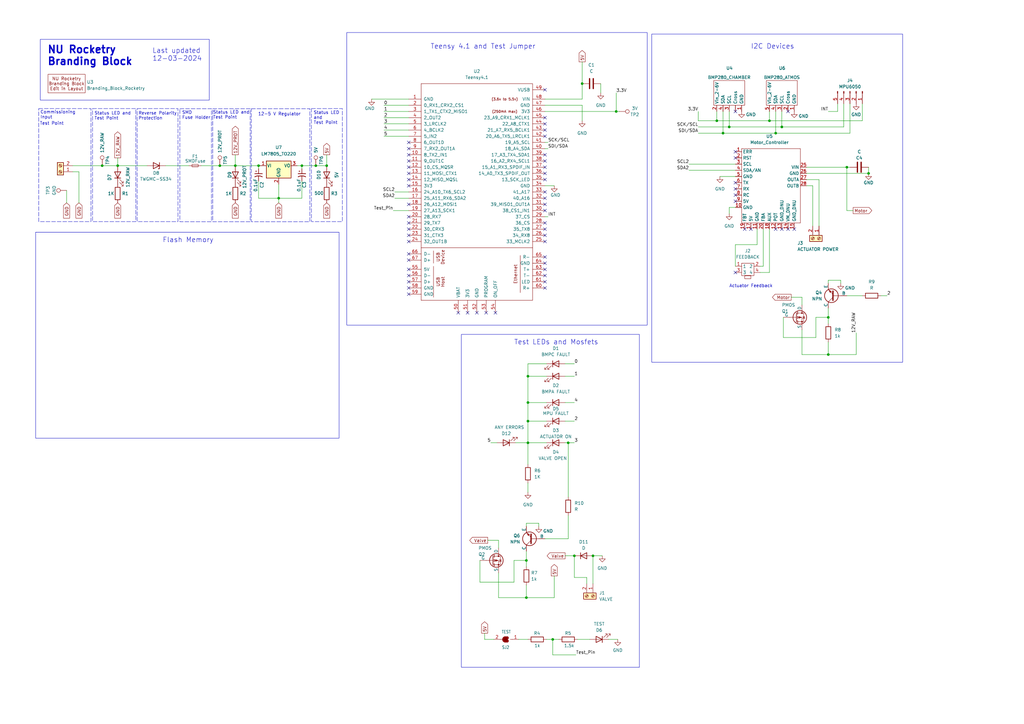
<source format=kicad_sch>
(kicad_sch (version 20230121) (generator eeschema)
  (paper "A3")
  (lib_symbols
    (symbol "BSPD-rescue:CP1_Small-Device" (pin_numbers hide) (pin_names (offset 0.254) hide)
      (property "Reference" "C" (at 0.254 1.778 0))
      (property "Value" "CP1_Small-Device" (at 0.254 -2.032 0))
      (symbol "CP1_Small-Device_1_1"
        (pin passive line (at 0 2.54 270) (length 2.032) (name "~") (number "1"))
        (pin passive line (at 0 -2.54 90) (length 2.032) (name "~") (number "2"))
      )
    )
    (symbol "Connector:Conn_01x05_Pin" (pin_names (offset 1.016) hide)
      (property "Reference" "J" (at 0 7.62 0))
      (property "Value" "Conn_01x05_Pin" (at 0 -7.62 0))
      (symbol "Conn_01x05_Pin_1_1"
        (pin passive line (at 5.08 5.08 180) (length 3.81) (name "Pin_1") (number "1"))
        (pin passive line (at 5.08 2.54 180) (length 3.81) (name "Pin_2") (number "2"))
        (pin passive line (at 5.08 0 180) (length 3.81) (name "Pin_3") (number "3"))
        (pin passive line (at 5.08 -2.54 180) (length 3.81) (name "Pin_4") (number "4"))
        (pin passive line (at 5.08 -5.08 180) (length 3.81) (name "Pin_5") (number "5"))
      )
    )
    (symbol "Connector:Screw_Terminal_01x02" (pin_names (offset 1.016) hide)
      (property "Reference" "J" (at 0 2.54 0))
      (property "Value" "Screw_Terminal_01x02" (at 0 -5.08 0))
      (symbol "Screw_Terminal_01x02_1_1"
        (pin passive line (at -5.08 0 0) (length 3.81) (name "Pin_1") (number "1"))
        (pin passive line (at -5.08 -2.54 0) (length 3.81) (name "Pin_2") (number "2"))
      )
    )
    (symbol "Connector:TestPoint" (pin_numbers hide) (pin_names (offset 0.762) hide)
      (property "Reference" "TP" (at 0 6.858 0))
      (property "Value" "TestPoint" (at 0 5.08 0))
      (symbol "TestPoint_1_1"
        (pin passive line (at 0 0 90) (length 2.54) (name "1") (number "1"))
      )
    )
    (symbol "Device:C" (pin_numbers hide) (pin_names (offset 0.254))
      (property "Reference" "C" (at 0.635 2.54 0))
      (property "Value" "C" (at 0.635 -2.54 0))
      (symbol "C_1_1"
        (pin passive line (at 0 3.81 270) (length 2.794) (name "~") (number "1"))
        (pin passive line (at 0 -3.81 90) (length 2.794) (name "~") (number "2"))
      )
    )
    (symbol "Device:D" (pin_numbers hide) (pin_names (offset 1.016) hide)
      (property "Reference" "D" (at 0 2.54 0))
      (property "Value" "D" (at 0 -2.54 0))
      (symbol "D_1_1"
        (pin passive line (at -3.81 0 0) (length 2.54) (name "K") (number "1"))
        (pin passive line (at 3.81 0 180) (length 2.54) (name "A") (number "2"))
      )
    )
    (symbol "Device:D_Zener" (pin_numbers hide) (pin_names (offset 1.016) hide)
      (property "Reference" "D" (at 0 2.54 0))
      (property "Value" "D_Zener" (at 0 -2.54 0))
      (symbol "D_Zener_1_1"
        (pin passive line (at -3.81 0 0) (length 2.54) (name "K") (number "1"))
        (pin passive line (at 3.81 0 180) (length 2.54) (name "A") (number "2"))
      )
    )
    (symbol "Device:Fuse_Small" (pin_numbers hide) (pin_names (offset 0.254) hide)
      (property "Reference" "F" (at 0 -1.524 0))
      (property "Value" "Fuse_Small" (at 0 1.524 0))
      (symbol "Fuse_Small_1_1"
        (pin passive line (at -2.54 0 0) (length 1.27) (name "~") (number "1"))
        (pin passive line (at 2.54 0 180) (length 1.27) (name "~") (number "2"))
      )
    )
    (symbol "Device:LED" (pin_numbers hide) (pin_names (offset 1.016) hide)
      (property "Reference" "D" (at 0 2.54 0))
      (property "Value" "LED" (at 0 -2.54 0))
      (symbol "LED_1_1"
        (pin passive line (at -3.81 0 0) (length 2.54) (name "K") (number "1"))
        (pin passive line (at 3.81 0 180) (length 2.54) (name "A") (number "2"))
      )
    )
    (symbol "Device:R" (pin_numbers hide) (pin_names (offset 0))
      (property "Reference" "R" (at 2.032 0 90))
      (property "Value" "R" (at 0 0 90))
      (symbol "R_1_1"
        (pin passive line (at 0 3.81 270) (length 1.27) (name "~") (number "1"))
        (pin passive line (at 0 -3.81 90) (length 1.27) (name "~") (number "2"))
      )
    )
    (symbol "NU-Teams-KiCAD-Library:Branding_Block_Rocketry"
      (property "Reference" "U" (at -6.35 2.54 0))
      (property "Value" "Branding_Block_Rocketry" (at 0 0 0))
      (symbol "Branding_Block_Rocketry_1_1"
        (text "NU Rocketry\nBranding Block\nEdit in Layout" (at 0 0 0) (effects (font (size 1.27 1.27))))
      )
    )
    (symbol "Pimoroni_BMP280_1"
      (property "Reference" "U6" (at -1.27 17.78 0))
      (property "Value" "BMP280_Backup" (at 0 13.97 0))
      (symbol "Pimoroni_BMP280_1_1_1"
        (pin input line (at 5.08 0 90) (length 2.54) (name "GND") (number "1"))
        (pin input line (at 2.54 0 90) (length 2.54) (name "Cross") (number "2"))
        (pin input line (at 0 0 90) (length 2.54) (name "SCL") (number "3"))
        (pin input line (at -2.54 0 90) (length 2.54) (name "SDA") (number "4"))
        (pin input line (at -5.08 0 90) (length 2.54) (name "Vin_2-6V") (number "5"))
      )
    )
    (symbol "Regulator_Linear:LM7805_TO220" (pin_names (offset 0.254))
      (property "Reference" "U" (at -3.81 3.175 0))
      (property "Value" "LM7805_TO220" (at 0 3.175 0))
      (symbol "LM7805_TO220_1_1"
        (pin power_in line (at -7.62 0 0) (length 2.54) (name "VI") (number "1"))
        (pin power_in line (at 0 -7.62 90) (length 2.54) (name "GND") (number "2"))
        (pin power_out line (at 7.62 0 180) (length 2.54) (name "VO") (number "3"))
      )
    )
    (symbol "Rocketry_Payload_Main-eagle-import:microbuilder_SOLDERJUMPER"
      (property "Reference" "SJ" (at -2.54 2.54 0))
      (symbol "microbuilder_SOLDERJUMPER_1_0"
        (pin passive line (at -5.08 0 0) (length 2.54) (name "1") (number "1"))
        (pin passive line (at 5.08 0 180) (length 2.54) (name "2") (number "2"))
      )
    )
    (symbol "Sensors:MiniMolex"
      (property "Reference" "J2" (at 1.27 6.35 0))
      (property "Value" "~" (at 1.27 5.08 0))
      (symbol "MiniMolex_1_1"
        (pin input line (at -3.81 2.54 0) (length 2.54) (name "1") (number "1"))
        (pin input line (at 6.35 2.54 180) (length 2.54) (name "2") (number "2"))
        (pin input line (at -3.81 0 0) (length 2.54) (name "3") (number "3"))
        (pin input line (at 6.35 0 180) (length 2.54) (name "4") (number "4"))
      )
    )
    (symbol "Sensors:Motor_Controller"
      (property "Reference" "U4" (at 3.81 22.86 0))
      (property "Value" "Motor_Controller" (at 3.81 19.05 0))
      (symbol "Motor_Controller_1_1"
        (pin input line (at -10.16 15.24 0) (length 2.54) (name "ERR") (number "1"))
        (pin input line (at -10.16 -7.62 0) (length 2.54) (name "GND") (number "10"))
        (pin input line (at -1.27 -16.51 90) (length 2.54) (name "GND") (number "11"))
        (pin input line (at 6.35 -16.51 90) (length 2.54) (name "POT") (number "12"))
        (pin input line (at 8.89 -16.51 90) (length 2.54) (name "GND_DNU") (number "13"))
        (pin input line (at 11.43 -16.51 90) (length 2.54) (name "VM_DNU") (number "14"))
        (pin input line (at 13.97 -16.51 90) (length 2.54) (name "GND_DNU") (number "15"))
        (pin input line (at -3.81 -16.51 90) (length 2.54) (name "5V") (number "17"))
        (pin input line (at 3.81 -16.51 90) (length 2.54) (name "AUX") (number "18"))
        (pin input line (at -6.35 -16.51 90) (length 2.54) (name "FBT") (number "19"))
        (pin input line (at -10.16 12.7 0) (length 2.54) (name "RST") (number "2"))
        (pin input line (at 1.27 -16.51 90) (length 2.54) (name "FBA") (number "20"))
        (pin input line (at 19.05 8.89 180) (length 2.54) (name "VIN") (number "25"))
        (pin input line (at 19.05 6.35 180) (length 2.54) (name "GND") (number "26"))
        (pin input line (at 19.05 3.81 180) (length 2.54) (name "OUTA") (number "27"))
        (pin input line (at 19.05 1.27 180) (length 2.54) (name "OUTB") (number "28"))
        (pin input line (at -10.16 10.16 0) (length 2.54) (name "SCL") (number "3"))
        (pin input line (at -10.16 7.62 0) (length 2.54) (name "SDA/AN") (number "4"))
        (pin input line (at -10.16 5.08 0) (length 2.54) (name "GND") (number "5"))
        (pin input line (at -10.16 2.54 0) (length 2.54) (name "TX") (number "6"))
        (pin input line (at -10.16 0 0) (length 2.54) (name "RX") (number "7"))
        (pin input line (at -10.16 -2.54 0) (length 2.54) (name "RC") (number "8"))
        (pin input line (at -10.16 -5.08 0) (length 2.54) (name "5V") (number "9"))
      )
    )
    (symbol "Sensors:Pimoroni_BMP280"
      (property "Reference" "U3" (at -1.27 17.78 0))
      (property "Value" "BMP280_2" (at 0 13.97 0))
      (symbol "Pimoroni_BMP280_1_1"
        (pin input line (at 2.54 0 90) (length 2.54) (name "Cross") (number ""))
        (pin input line (at 5.08 0 90) (length 2.54) (name "GND") (number "1"))
        (pin input line (at -5.08 0 90) (length 2.54) (name "Vin_2-6V") (number "2"))
        (pin input line (at 0 0 90) (length 2.54) (name "SCL") (number "3"))
        (pin input line (at -2.54 0 90) (length 2.54) (name "SDA") (number "4"))
      )
    )
    (symbol "Simulation_SPICE:NPN" (pin_numbers hide) (pin_names (offset 0))
      (property "Reference" "Q" (at -2.54 7.62 0))
      (property "Value" "NPN" (at -2.54 5.08 0))
      (symbol "NPN_1_1"
        (pin open_collector line (at 2.54 5.08 270) (length 2.54) (name "C") (number "1"))
        (pin input line (at -5.08 0 0) (length 2.54) (name "B") (number "2"))
        (pin open_emitter line (at 2.54 -5.08 90) (length 2.54) (name "E") (number "3"))
      )
    )
    (symbol "Simulation_SPICE:PMOS" (pin_numbers hide) (pin_names (offset 0))
      (property "Reference" "Q" (at 5.08 1.27 0))
      (property "Value" "PMOS" (at 5.08 -1.27 0))
      (symbol "PMOS_1_1"
        (pin passive line (at 2.54 5.08 270) (length 2.54) (name "D") (number "1"))
        (pin input line (at -5.08 0 0) (length 2.54) (name "G") (number "2"))
        (pin passive line (at 2.54 -5.08 90) (length 2.54) (name "S") (number "3"))
      )
    )
    (symbol "power:GND" (power) (pin_names (offset 0))
      (property "Value" "GND" (at 0 -3.81 0))
      (symbol "GND_1_1"
        (pin power_in line (at 0 0 270) (length 0) hide (name "GND") (number "1"))
      )
    )
    (symbol "teensy:Teensy4.1" (pin_names (offset 1.016))
      (property "Reference" "U" (at 0 64.77 0))
      (property "Value" "Teensy4.1" (at 0 62.23 0))
      (symbol "Teensy4.1_0_0"
        (text "(250mA max)" (at 11.43 49.53 0) (effects (font (size 1.016 1.016))))
        (text "(3.6v to 5.5v)" (at 11.43 54.61 0) (effects (font (size 1.016 1.016))))
        (text "Device" (at -13.97 -10.16 900) (effects (font (size 1.27 1.27))))
        (text "Ethernet" (at 15.875 -17.145 900) (effects (font (size 1.27 1.27))))
        (text "Host" (at -13.97 -20.32 900) (effects (font (size 1.27 1.27))))
        (text "USB" (at -15.875 -20.32 900) (effects (font (size 1.27 1.27))))
        (text "USB" (at -15.875 -10.16 900) (effects (font (size 1.27 1.27))))
        (pin bidirectional line (at -27.94 31.75 0) (length 5.08) (name "8_TX2_IN1") (number "10"))
        (pin bidirectional line (at -27.94 29.21 0) (length 5.08) (name "9_OUT1C") (number "11"))
        (pin bidirectional line (at -27.94 26.67 0) (length 5.08) (name "10_CS_MQSR") (number "12"))
        (pin bidirectional line (at -27.94 24.13 0) (length 5.08) (name "11_MOSI_CTX1") (number "13"))
        (pin bidirectional line (at -27.94 21.59 0) (length 5.08) (name "12_MISO_MQSL") (number "14"))
        (pin power_in line (at -27.94 19.05 0) (length 5.08) (name "3V3") (number "15"))
        (pin bidirectional line (at -27.94 16.51 0) (length 5.08) (name "24_A10_TX6_SCL2") (number "16"))
        (pin bidirectional line (at -27.94 13.97 0) (length 5.08) (name "25_A11_RX6_SDA2") (number "17"))
        (pin bidirectional line (at -27.94 11.43 0) (length 5.08) (name "26_A12_MOSI1") (number "18"))
        (pin bidirectional line (at -27.94 8.89 0) (length 5.08) (name "27_A13_SCK1") (number "19"))
        (pin bidirectional line (at -27.94 6.35 0) (length 5.08) (name "28_RX7") (number "20"))
        (pin bidirectional line (at -27.94 3.81 0) (length 5.08) (name "29_TX7") (number "21"))
        (pin bidirectional line (at -27.94 1.27 0) (length 5.08) (name "30_CRX3") (number "22"))
        (pin bidirectional line (at -27.94 -1.27 0) (length 5.08) (name "31_CTX3") (number "23"))
        (pin bidirectional line (at -27.94 -3.81 0) (length 5.08) (name "32_OUT1B") (number "24"))
        (pin bidirectional line (at 27.94 -3.81 180) (length 5.08) (name "33_MCLK2") (number "25"))
        (pin bidirectional line (at 27.94 -1.27 180) (length 5.08) (name "34_RX8") (number "26"))
        (pin bidirectional line (at 27.94 1.27 180) (length 5.08) (name "35_TX8") (number "27"))
        (pin bidirectional line (at 27.94 3.81 180) (length 5.08) (name "36_CS") (number "28"))
        (pin bidirectional line (at 27.94 6.35 180) (length 5.08) (name "37_CS") (number "29"))
        (pin bidirectional line (at 27.94 8.89 180) (length 5.08) (name "38_CS1_IN1") (number "30"))
        (pin bidirectional line (at 27.94 11.43 180) (length 5.08) (name "39_MISO1_OUT1A") (number "31"))
        (pin bidirectional line (at 27.94 13.97 180) (length 5.08) (name "40_A16") (number "32"))
        (pin bidirectional line (at 27.94 16.51 180) (length 5.08) (name "41_A17") (number "33"))
        (pin bidirectional line (at 27.94 21.59 180) (length 5.08) (name "13_SCK_LED") (number "35"))
        (pin bidirectional line (at 27.94 24.13 180) (length 5.08) (name "14_A0_TX3_SPDIF_OUT") (number "36"))
        (pin bidirectional line (at 27.94 26.67 180) (length 5.08) (name "15_A1_RX3_SPDIF_IN") (number "37"))
        (pin bidirectional line (at 27.94 29.21 180) (length 5.08) (name "16_A2_RX4_SCL1") (number "38"))
        (pin bidirectional line (at 27.94 31.75 180) (length 5.08) (name "17_A3_TX4_SDA1") (number "39"))
        (pin bidirectional line (at 27.94 34.29 180) (length 5.08) (name "18_A4_SDA") (number "40"))
        (pin bidirectional line (at 27.94 36.83 180) (length 5.08) (name "19_A5_SCL") (number "41"))
        (pin bidirectional line (at 27.94 39.37 180) (length 5.08) (name "20_A6_TX5_LRCLK1") (number "42"))
        (pin bidirectional line (at 27.94 41.91 180) (length 5.08) (name "21_A7_RX5_BCLK1") (number "43"))
        (pin bidirectional line (at 27.94 44.45 180) (length 5.08) (name "22_A8_CTX1") (number "44"))
        (pin bidirectional line (at 27.94 46.99 180) (length 5.08) (name "23_A9_CRX1_MCLK1") (number "45"))
        (pin output line (at 27.94 49.53 180) (length 5.08) (name "3V3") (number "46"))
        (pin output line (at 27.94 52.07 180) (length 5.08) (name "GND") (number "47"))
        (pin power_in line (at 27.94 54.61 180) (length 5.08) (name "VIN") (number "48"))
        (pin power_out line (at 27.94 58.42 180) (length 5.08) (name "VUSB") (number "49"))
        (pin bidirectional line (at -27.94 44.45 0) (length 5.08) (name "3_LRCLK2") (number "5"))
        (pin power_in line (at -7.62 -33.02 90) (length 5.08) (name "VBAT") (number "50"))
        (pin power_in line (at -3.81 -33.02 90) (length 5.08) (name "3V3") (number "51"))
        (pin input line (at 0 -33.02 90) (length 5.08) (name "GND") (number "52"))
        (pin input line (at 3.81 -33.02 90) (length 5.08) (name "PROGRAM") (number "53"))
        (pin input line (at 7.62 -33.02 90) (length 5.08) (name "ON_OFF") (number "54"))
        (pin power_out line (at -27.94 -15.24 0) (length 5.08) (name "5V") (number "55"))
        (pin bidirectional line (at -27.94 -17.78 0) (length 5.08) (name "D-") (number "56"))
        (pin bidirectional line (at -27.94 -20.32 0) (length 5.08) (name "D+") (number "57"))
        (pin power_in line (at -27.94 -22.86 0) (length 5.08) (name "GND") (number "58"))
        (pin power_in line (at -27.94 -25.4 0) (length 5.08) (name "GND") (number "59"))
        (pin bidirectional line (at -27.94 41.91 0) (length 5.08) (name "4_BCLK2") (number "6"))
        (pin bidirectional line (at 27.94 -22.86 180) (length 5.08) (name "R+") (number "60"))
        (pin bidirectional line (at 27.94 -20.32 180) (length 5.08) (name "LED") (number "61"))
        (pin bidirectional line (at 27.94 -17.78 180) (length 5.08) (name "T-") (number "62"))
        (pin bidirectional line (at 27.94 -15.24 180) (length 5.08) (name "T+") (number "63"))
        (pin power_in line (at 27.94 -12.7 180) (length 5.08) (name "GND") (number "64"))
        (pin bidirectional line (at 27.94 -10.16 180) (length 5.08) (name "R-") (number "65"))
        (pin bidirectional line (at -27.94 -8.89 0) (length 5.08) (name "D-") (number "66"))
        (pin bidirectional line (at -27.94 -11.43 0) (length 5.08) (name "D+") (number "67"))
        (pin bidirectional line (at -27.94 39.37 0) (length 5.08) (name "5_IN2") (number "7"))
        (pin bidirectional line (at -27.94 36.83 0) (length 5.08) (name "6_OUT1D") (number "8"))
        (pin bidirectional line (at -27.94 34.29 0) (length 5.08) (name "7_RX2_OUT1A") (number "9"))
      )
      (symbol "Teensy4.1_1_1"
        (pin power_in line (at -27.94 54.61 0) (length 5.08) (name "GND") (number "1"))
        (pin bidirectional line (at -27.94 52.07 0) (length 5.08) (name "0_RX1_CRX2_CS1") (number "2"))
        (pin bidirectional line (at -27.94 49.53 0) (length 5.08) (name "1_TX1_CTX2_MISO1") (number "3"))
        (pin power_in line (at 27.94 19.05 180) (length 5.08) (name "GND") (number "34"))
        (pin bidirectional line (at -27.94 46.99 0) (length 5.08) (name "2_OUT2") (number "4"))
      )
    )
  )
  (junction (at 347.345 68.58))
  (junction (at 90.17 67.945))
  (junction (at 123.825 67.945))
  (junction (at 243.205 227.965))
  (junction (at 114.3 81.28))
  (junction (at 296.545 54.61))
  (junction (at 215.9 245.11))
  (junction (at 339.725 145.415))
  (junction (at 96.52 67.945))
  (junction (at 252.73 45.72))
  (junction (at 233.045 181.61))
  (junction (at 216.535 165.1))
  (junction (at 106.045 67.945))
  (junction (at 216.535 154.305))
  (junction (at 133.985 67.945))
  (junction (at 299.085 52.07))
  (junction (at 356.235 71.12))
  (junction (at 226.695 262.255))
  (junction (at 339.725 130.175))
  (junction (at 238.76 34.29))
  (junction (at 216.535 181.61))
  (junction (at 318.135 54.61))
  (junction (at 129.54 67.945))
  (junction (at 320.675 52.07))
  (junction (at 215.9 229.87))
  (junction (at 48.26 67.945))
  (junction (at 41.91 67.945))
  (junction (at 235.585 227.965))
  (junction (at 315.595 49.53))
  (junction (at 216.535 172.72))
  (junction (at 294.005 49.53))
  (no_connect (at 223.52 55.88))
  (no_connect (at 167.64 99.06))
  (no_connect (at 301.625 80.01))
  (no_connect (at 301.625 77.47))
  (no_connect (at 167.64 93.98))
  (no_connect (at 223.52 113.03))
  (no_connect (at 167.64 71.12))
  (no_connect (at 223.52 50.8))
  (no_connect (at 167.64 68.58))
  (no_connect (at 301.625 45.72))
  (no_connect (at 223.52 83.82))
  (no_connect (at 223.52 73.66))
  (no_connect (at 301.625 74.93))
  (no_connect (at 167.64 63.5))
  (no_connect (at 167.64 120.65))
  (no_connect (at 167.64 118.11))
  (no_connect (at 167.64 91.44))
  (no_connect (at 223.52 93.98))
  (no_connect (at 223.52 96.52))
  (no_connect (at 167.64 58.42))
  (no_connect (at 167.64 76.2))
  (no_connect (at 223.52 48.26))
  (no_connect (at 301.625 82.55))
  (no_connect (at 223.52 105.41))
  (no_connect (at 223.52 63.5))
  (no_connect (at 305.435 93.98))
  (no_connect (at 223.52 71.12))
  (no_connect (at 167.64 113.03))
  (no_connect (at 199.39 128.27))
  (no_connect (at 187.96 128.27))
  (no_connect (at 167.64 83.82))
  (no_connect (at 223.52 53.34))
  (no_connect (at 223.52 86.36))
  (no_connect (at 195.58 128.27))
  (no_connect (at 301.625 64.77))
  (no_connect (at 318.135 93.98))
  (no_connect (at 223.52 36.83))
  (no_connect (at 323.215 45.72))
  (no_connect (at 223.52 81.28))
  (no_connect (at 167.64 115.57))
  (no_connect (at 223.52 91.44))
  (no_connect (at 323.215 93.98))
  (no_connect (at 167.64 110.49))
  (no_connect (at 223.52 115.57))
  (no_connect (at 223.52 118.11))
  (no_connect (at 203.2 128.27))
  (no_connect (at 301.625 111.76))
  (no_connect (at 325.755 93.98))
  (no_connect (at 223.52 78.74))
  (no_connect (at 301.625 62.23))
  (no_connect (at 320.675 93.98))
  (no_connect (at 191.77 128.27))
  (no_connect (at 307.975 93.98))
  (no_connect (at 223.52 68.58))
  (no_connect (at 167.64 66.04))
  (no_connect (at 167.64 106.68))
  (no_connect (at 167.64 73.66))
  (no_connect (at 223.52 66.04))
  (no_connect (at 167.64 96.52))
  (no_connect (at 167.64 60.96))
  (no_connect (at 167.64 104.14))
  (no_connect (at 223.52 99.06))
  (no_connect (at 223.52 107.95))
  (no_connect (at 167.64 88.9))
  (no_connect (at 223.52 110.49))
  (wire (pts (xy 29.845 67.945) (xy 41.91 67.945)))
  (wire (pts (xy 161.925 81.28) (xy 167.64 81.28)))
  (wire (pts (xy 238.76 43.18) (xy 223.52 43.18)))
  (wire (pts (xy 349.885 86.36) (xy 347.345 86.36)))
  (wire (pts (xy 216.535 198.12) (xy 216.535 201.93)))
  (wire (pts (xy 216.535 165.1) (xy 224.155 165.1)))
  (wire (pts (xy 339.725 130.175) (xy 339.725 132.715)))
  (wire (pts (xy 157.48 45.72) (xy 167.64 45.72)))
  (wire (pts (xy 224.155 172.72) (xy 216.535 172.72)))
  (wire (pts (xy 335.915 73.66) (xy 335.915 92.71)))
  (wire (pts (xy 310.515 100.33) (xy 310.515 93.98)))
  (wire (pts (xy 286.385 52.07) (xy 299.085 52.07)))
  (wire (pts (xy 315.595 93.98) (xy 315.595 111.76)))
  (wire (pts (xy 220.98 214.63) (xy 220.98 215.9)))
  (wire (pts (xy 321.31 138.43) (xy 334.645 138.43)))
  (wire (pts (xy 328.93 145.415) (xy 339.725 145.415)))
  (wire (pts (xy 215.9 226.06) (xy 215.9 229.87)))
  (wire (pts (xy 315.595 49.53) (xy 353.695 49.53)))
  (wire (pts (xy 348.615 42.545) (xy 348.615 54.61)))
  (wire (pts (xy 215.9 214.63) (xy 220.98 214.63)))
  (wire (pts (xy 351.155 136.525) (xy 351.155 145.415)))
  (wire (pts (xy 361.315 121.285) (xy 363.855 121.285)))
  (wire (pts (xy 48.26 67.945) (xy 60.325 67.945)))
  (wire (pts (xy 32.385 70.485) (xy 29.845 70.485)))
  (wire (pts (xy 249.555 262.255) (xy 253.365 262.255)))
  (wire (pts (xy 347.345 68.58) (xy 330.835 68.58)))
  (wire (pts (xy 348.615 54.61) (xy 318.135 54.61)))
  (wire (pts (xy 235.585 154.305) (xy 231.775 154.305)))
  (wire (pts (xy 123.825 74.295) (xy 123.825 81.28)))
  (wire (pts (xy 204.47 245.11) (xy 204.47 234.95)))
  (wire (pts (xy 240.665 239.395) (xy 240.665 236.855)))
  (wire (pts (xy 299.085 85.09) (xy 301.625 85.09)))
  (wire (pts (xy 334.645 130.175) (xy 334.645 138.43)))
  (wire (pts (xy 330.835 71.12) (xy 356.235 71.12)))
  (wire (pts (xy 295.275 72.39) (xy 301.625 72.39)))
  (wire (pts (xy 223.52 45.72) (xy 252.73 45.72)))
  (wire (pts (xy 339.725 116.205) (xy 339.725 114.935)))
  (wire (pts (xy 286.385 45.72) (xy 286.385 49.53)))
  (wire (pts (xy 106.045 67.945) (xy 106.045 69.215)))
  (wire (pts (xy 123.825 69.215) (xy 123.825 67.945)))
  (wire (pts (xy 215.9 240.03) (xy 215.9 245.11)))
  (wire (pts (xy 32.385 70.485) (xy 32.385 83.185)))
  (wire (pts (xy 198.755 262.255) (xy 202.565 262.255)))
  (wire (pts (xy 348.615 68.58) (xy 347.345 68.58)))
  (wire (pts (xy 152.4 40.64) (xy 167.64 40.64)))
  (wire (pts (xy 315.595 111.76) (xy 311.785 111.76)))
  (wire (pts (xy 157.48 55.88) (xy 167.64 55.88)))
  (wire (pts (xy 77.47 67.945) (xy 67.945 67.945)))
  (wire (pts (xy 201.295 181.61) (xy 203.835 181.61)))
  (wire (pts (xy 299.085 52.07) (xy 320.675 52.07)))
  (wire (pts (xy 339.725 126.365) (xy 339.725 130.175)))
  (wire (pts (xy 210.82 238.76) (xy 210.82 229.87)))
  (wire (pts (xy 330.835 73.66) (xy 335.915 73.66)))
  (wire (pts (xy 27.305 78.105) (xy 27.305 83.185)))
  (wire (pts (xy 121.92 67.945) (xy 123.825 67.945)))
  (wire (pts (xy 343.535 42.545) (xy 343.535 45.72)))
  (wire (pts (xy 353.695 49.53) (xy 353.695 42.545)))
  (wire (pts (xy 286.385 54.61) (xy 296.545 54.61)))
  (wire (pts (xy 157.48 43.18) (xy 167.64 43.18)))
  (wire (pts (xy 224.155 262.255) (xy 226.695 262.255)))
  (wire (pts (xy 328.93 145.415) (xy 328.93 135.255)))
  (wire (pts (xy 339.725 140.335) (xy 339.725 145.415)))
  (wire (pts (xy 231.775 172.72) (xy 235.585 172.72)))
  (wire (pts (xy 238.76 49.53) (xy 238.76 43.18)))
  (wire (pts (xy 233.045 211.455) (xy 233.045 220.98)))
  (wire (pts (xy 343.535 45.72) (xy 339.725 45.72)))
  (wire (pts (xy 161.925 78.74) (xy 167.64 78.74)))
  (wire (pts (xy 282.575 67.31) (xy 301.625 67.31)))
  (wire (pts (xy 157.48 48.26) (xy 167.64 48.26)))
  (wire (pts (xy 301.625 100.33) (xy 301.625 109.22)))
  (wire (pts (xy 224.79 60.96) (xy 223.52 60.96)))
  (wire (pts (xy 157.48 50.8) (xy 167.64 50.8)))
  (wire (pts (xy 247.015 227.965) (xy 243.205 227.965)))
  (wire (pts (xy 330.835 76.2) (xy 333.375 76.2)))
  (wire (pts (xy 216.535 181.61) (xy 224.155 181.61)))
  (wire (pts (xy 339.725 145.415) (xy 351.155 145.415)))
  (wire (pts (xy 226.695 262.255) (xy 229.235 262.255)))
  (wire (pts (xy 315.595 49.53) (xy 315.595 45.72)))
  (wire (pts (xy 238.76 25.4) (xy 238.76 34.29)))
  (wire (pts (xy 114.3 81.28) (xy 123.825 81.28)))
  (wire (pts (xy 254 45.72) (xy 252.73 45.72)))
  (wire (pts (xy 48.26 64.77) (xy 48.26 67.945)))
  (wire (pts (xy 226.695 268.605) (xy 226.695 262.255)))
  (wire (pts (xy 246.38 38.1) (xy 246.38 34.29)))
  (wire (pts (xy 347.345 86.36) (xy 347.345 68.58)))
  (wire (pts (xy 216.535 165.1) (xy 216.535 172.72)))
  (wire (pts (xy 223.52 220.98) (xy 233.045 220.98)))
  (wire (pts (xy 313.055 109.22) (xy 313.055 93.98)))
  (wire (pts (xy 216.535 190.5) (xy 216.535 181.61)))
  (wire (pts (xy 320.675 45.72) (xy 320.675 52.07)))
  (wire (pts (xy 286.385 49.53) (xy 294.005 49.53)))
  (wire (pts (xy 106.045 74.295) (xy 106.045 81.28)))
  (wire (pts (xy 240.665 236.855) (xy 235.585 236.855)))
  (wire (pts (xy 233.045 181.61) (xy 233.045 203.835)))
  (wire (pts (xy 133.985 63.5) (xy 133.985 67.945)))
  (wire (pts (xy 294.005 45.72) (xy 294.005 49.53)))
  (wire (pts (xy 106.045 81.28) (xy 114.3 81.28)))
  (wire (pts (xy 235.585 227.965) (xy 235.585 236.855)))
  (wire (pts (xy 223.52 76.2) (xy 227.33 76.2)))
  (wire (pts (xy 212.725 262.255) (xy 216.535 262.255)))
  (wire (pts (xy 226.695 268.605) (xy 236.22 268.605)))
  (wire (pts (xy 216.535 149.225) (xy 224.155 149.225)))
  (wire (pts (xy 347.345 121.285) (xy 353.695 121.285)))
  (wire (pts (xy 204.47 221.615) (xy 200.025 221.615)))
  (wire (pts (xy 161.29 86.36) (xy 167.64 86.36)))
  (wire (pts (xy 346.075 52.07) (xy 346.075 42.545)))
  (wire (pts (xy 123.825 67.945) (xy 129.54 67.945)))
  (wire (pts (xy 296.545 45.72) (xy 296.545 54.61)))
  (wire (pts (xy 333.375 76.2) (xy 333.375 92.71)))
  (wire (pts (xy 196.85 229.87) (xy 196.85 238.76)))
  (wire (pts (xy 114.3 81.28) (xy 114.3 83.185)))
  (wire (pts (xy 224.79 58.42) (xy 223.52 58.42)))
  (wire (pts (xy 282.575 69.85) (xy 301.625 69.85)))
  (wire (pts (xy 223.52 88.9) (xy 224.79 88.9)))
  (wire (pts (xy 114.3 75.565) (xy 114.3 81.28)))
  (wire (pts (xy 328.93 125.095) (xy 328.93 121.92)))
  (wire (pts (xy 198.755 259.715) (xy 198.755 262.255)))
  (wire (pts (xy 252.73 38.1) (xy 252.73 45.72)))
  (wire (pts (xy 106.045 67.945) (xy 106.68 67.945)))
  (wire (pts (xy 204.47 224.79) (xy 204.47 221.615)))
  (wire (pts (xy 356.235 68.58) (xy 356.235 71.12)))
  (wire (pts (xy 227.33 236.22) (xy 227.33 245.11)))
  (wire (pts (xy 90.17 67.945) (xy 96.52 67.945)))
  (wire (pts (xy 231.775 227.965) (xy 235.585 227.965)))
  (wire (pts (xy 236.855 262.255) (xy 241.935 262.255)))
  (wire (pts (xy 216.535 154.305) (xy 224.155 154.305)))
  (wire (pts (xy 231.775 181.61) (xy 233.045 181.61)))
  (wire (pts (xy 215.9 229.87) (xy 215.9 232.41)))
  (wire (pts (xy 334.645 130.175) (xy 339.725 130.175)))
  (wire (pts (xy 215.9 215.9) (xy 215.9 214.63)))
  (wire (pts (xy 216.535 154.305) (xy 216.535 149.225)))
  (wire (pts (xy 196.85 238.76) (xy 210.82 238.76)))
  (wire (pts (xy 238.76 34.29) (xy 238.76 40.64)))
  (wire (pts (xy 215.9 245.11) (xy 227.33 245.11)))
  (wire (pts (xy 299.085 45.72) (xy 299.085 52.07)))
  (wire (pts (xy 235.585 149.225) (xy 231.775 149.225)))
  (wire (pts (xy 82.55 67.945) (xy 90.17 67.945)))
  (wire (pts (xy 210.82 229.87) (xy 215.9 229.87)))
  (wire (pts (xy 243.205 227.965) (xy 243.205 239.395)))
  (wire (pts (xy 238.76 40.64) (xy 223.52 40.64)))
  (wire (pts (xy 129.54 67.945) (xy 133.985 67.945)))
  (wire (pts (xy 294.005 49.53) (xy 315.595 49.53)))
  (wire (pts (xy 296.545 54.61) (xy 318.135 54.61)))
  (wire (pts (xy 157.48 53.34) (xy 167.64 53.34)))
  (wire (pts (xy 328.93 121.92) (xy 324.485 121.92)))
  (wire (pts (xy 299.085 87.63) (xy 299.085 85.09)))
  (wire (pts (xy 321.31 130.175) (xy 321.31 138.43)))
  (wire (pts (xy 318.135 45.72) (xy 318.135 54.61)))
  (wire (pts (xy 216.535 154.305) (xy 216.535 165.1)))
  (wire (pts (xy 344.805 114.935) (xy 344.805 116.205)))
  (wire (pts (xy 339.725 114.935) (xy 344.805 114.935)))
  (wire (pts (xy 211.455 181.61) (xy 216.535 181.61)))
  (wire (pts (xy 41.91 67.945) (xy 48.26 67.945)))
  (wire (pts (xy 311.785 109.22) (xy 313.055 109.22)))
  (wire (pts (xy 320.675 52.07) (xy 346.075 52.07)))
  (wire (pts (xy 233.045 181.61) (xy 235.585 181.61)))
  (wire (pts (xy 301.625 100.33) (xy 310.515 100.33)))
  (wire (pts (xy 216.535 172.72) (xy 216.535 181.61)))
  (wire (pts (xy 231.775 165.1) (xy 235.585 165.1)))
  (wire (pts (xy 204.47 245.11) (xy 215.9 245.11)))
  (wire (pts (xy 96.52 67.945) (xy 106.045 67.945)))
  (wire (pts (xy 96.52 63.5) (xy 96.52 67.945)))
  (rectangle (start 127.7366 44.5262) (end 140.4366 90.8812) (stroke (width 0) (type dash)))
  (rectangle (start 37.9476 44.5262) (end 55.7276 90.8812) (stroke (width 0) (type dash)))
  (rectangle (start 87.249 44.577) (end 102.5906 90.932) (stroke (width 0) (type dash)))
  (rectangle (start 142.24 13.335) (end 265.43 133.35))
  (rectangle (start 15.875 44.5262) (end 37.3126 90.8812) (stroke (width 0) (type dash)))
  (rectangle (start 189.23 137.16) (end 262.255 273.685))
  (rectangle (start 73.787 44.577) (end 86.741 90.932) (stroke (width 0) (type dash)))
  (rectangle (start 56.2356 44.5262) (end 72.9996 90.8812) (stroke (width 0) (type dash)))
  (rectangle (start 267.335 13.97) (end 370.205 148.59))
  (rectangle (start 103.0986 44.577) (end 127.1016 90.932) (stroke (width 0) (type dash)))
  (rectangle (start 14.605 95.25) (end 139.065 179.705))
  (rectangle (start 16.51 16.1544) (end 85.852 41.0464))
  (text "SMD\nFuse Holder" (at 74.6506 49.0728 0) (effects (font (size 1.27 1.27)) (justify left bottom)))
  (text "Last updated\n12-03-2024" (at 62.484 25.2984 0) (effects (font (size 2 2)) (justify left bottom)))
  (text "12-5 V Regulator" (at 105.8164 47.625 0) (effects (font (size 1.27 1.27)) (justify left bottom)))
  (text "Teensy 4.1 and Test Jumper" (at 176.53 20.32 0) (effects (font (size 2 2)) (justify left bottom)))
  (text "Commissioning\nInput" (at 16.51 48.895 0) (effects (font (size 1.27 1.27)) (justify left bottom)))
  (text "Flash Memory\n" (at 66.675 99.695 0) (effects (font (size 2 2)) (justify left bottom)))
  (text "Test LEDs and Mosfets\n" (at 210.82 141.605 0) (effects (font (size 2 2)) (justify left bottom)))
  (text "Status LED and\nTest Point" (at 87.3506 48.9712 0) (effects (font (size 1.27 1.27)) (justify left bottom)))
  (text "Actuator Feedback\n" (at 299.085 118.11 0) (effects (font (size 1.27 1.27)) (justify left bottom)))
  (text "Status LED\nand\nTest Point" (at 128.6002 51.1556 0) (effects (font (size 1.27 1.27)) (justify left bottom)))
  (text "Reverse Polarity \nProtection" (at 56.7436 49.3522 0) (effects (font (size 1.27 1.27)) (justify left bottom)))
  (text "Status LED and\nTest Point" (at 38.7096 49.3522 0) (effects (font (size 1.27 1.27)) (justify left bottom)))
  (text "I2C Devices\n" (at 307.975 20.32 0) (effects (font (size 2 2)) (justify left bottom)))
  (text "Test Point" (at 16.2814 51.4858 0) (effects (font (size 1.27 1.27)) (justify left bottom)))
  (text "NU Rocketry\nBranding Block" (at 19.304 27.0764 0) (effects (font (size 3 3) (thickness 0.6) bold) (justify left bottom)))
  (label "INT" (at 339.725 45.72 180))
  (label "SCL2" (at 282.575 67.31 180))
  (label "SDI{slash}SDA" (at 286.385 54.61 180))
  (label "2" (at 235.585 172.72 0))
  (label "12V_RAW" (at 351.155 136.525 90))
  (label "2" (at 157.48 48.26 0))
  (label "3" (at 157.48 50.8 0))
  (label "SDI{slash}SDA" (at 224.79 60.96 0))
  (label "4" (at 157.48 53.34 0))
  (label "Test_Pin" (at 161.29 86.36 180))
  (label "SCK{slash}SCL" (at 286.385 52.07 180))
  (label "4" (at 235.585 165.1 0))
  (label "2" (at 363.855 121.285 0))
  (label "3.3V" (at 252.73 38.1 0))
  (label "0" (at 157.48 43.18 0))
  (label "Test_Pin" (at 236.22 268.605 0))
  (label "0" (at 235.585 149.225 0))
  (label "SDA2" (at 161.925 81.28 180))
  (label "3.3V" (at 286.385 45.72 180))
  (label "INT" (at 224.79 88.9 0))
  (label "SCK{slash}SCL" (at 224.79 58.42 0))
  (label "1" (at 157.48 45.72 0))
  (label "1" (at 235.585 154.305 0))
  (label "3" (at 235.585 181.61 0))
  (label "5" (at 157.48 55.88 0))
  (label "SDA2" (at 282.575 69.85 180))
  (label "5" (at 201.295 181.61 180))
  (label "SCL2" (at 161.925 78.74 180))
  (global_label "GND" (shape input) (at 96.52 83.185 270) (property "Intersheetrefs" "${INTERSHEET_REFS}" (effects hide)))
  (global_label "Valve" (shape output) (at 200.025 221.615 180) (property "Intersheetrefs" "${INTERSHEET_REFS}" (effects hide)))
  (global_label "5V" (shape output) (at 238.76 25.4 90) (property "Intersheetrefs" "${INTERSHEET_REFS}" (effects hide)))
  (global_label "Valve" (shape output) (at 231.775 227.965 180) (property "Intersheetrefs" "${INTERSHEET_REFS}" (effects hide)))
  (global_label "12V_PROT" (shape output) (at 96.52 63.5 90) (property "Intersheetrefs" "${INTERSHEET_REFS}" (effects hide)))
  (global_label "GND" (shape input) (at 48.26 83.185 270) (property "Intersheetrefs" "${INTERSHEET_REFS}" (effects hide)))
  (global_label "12V_RAW" (shape output) (at 48.26 64.77 90) (property "Intersheetrefs" "${INTERSHEET_REFS}" (effects hide)))
  (global_label "GND" (shape input) (at 32.385 83.185 270) (property "Intersheetrefs" "${INTERSHEET_REFS}" (effects hide)))
  (global_label "5V" (shape output) (at 133.985 63.5 90) (property "Intersheetrefs" "${INTERSHEET_REFS}" (effects hide)))
  (global_label "5V" (shape output) (at 198.755 259.715 90) (property "Intersheetrefs" "${INTERSHEET_REFS}" (effects hide)))
  (global_label "GND" (shape input) (at 133.985 83.185 270) (property "Intersheetrefs" "${INTERSHEET_REFS}" (effects hide)))
  (global_label "GND" (shape input) (at 27.305 83.185 270) (property "Intersheetrefs" "${INTERSHEET_REFS}" (effects hide)))
  (global_label "Motor" (shape output) (at 324.485 121.92 180) (property "Intersheetrefs" "${INTERSHEET_REFS}" (effects hide)))
  (global_label "5V" (shape output) (at 227.33 236.22 90) (property "Intersheetrefs" "${INTERSHEET_REFS}" (effects hide)))
  (global_label "Motor" (shape output) (at 349.885 86.36 0) (property "Intersheetrefs" "${INTERSHEET_REFS}" (effects hide)))
  (global_label "GND" (shape input) (at 114.3 83.185 270) (property "Intersheetrefs" "${INTERSHEET_REFS}" (effects hide)))
  (symbol (lib_id "power:GND") (at 216.535 201.93 0) (unit 1)
    (property "Reference" "#PWR01" (effects hide))
    (property "Value" "GND" (at 216.535 207.01 0))
  )
  (symbol (lib_id "power:GND") (at 304.165 45.72 0) (unit 1)
    (property "Reference" "#PWR013" (effects hide))
    (property "Value" "GND" (at 307.975 46.99 0))
  )
  (symbol (lib_id "power:GND") (at 356.235 71.12 0) (unit 1)
    (property "Reference" "#PWR015" (effects hide))
    (property "Value" "GND" (at 356.235 74.93 0))
  )
  (symbol (lib_id "power:GND") (at 344.805 116.205 0) (unit 1)
    (property "Reference" "#PWR03" (effects hide))
    (property "Value" "GND" (at 348.615 118.11 0))
  )
  (symbol (lib_id "Device:D") (at 239.395 227.965 0) (unit 1)
    (property "Reference" "D11" (at 239.395 222.25 0))
    (property "Value" "D" (at 239.395 224.79 0))
    (property "Footprint" "Diode_SMD:D_SOD-123" (effects hide))
    (property "Datasheet" "https://www.digikey.com.au/en/products/detail/micro-commercial-co/MBR0530-TP/717251" (effects hide))
    (property "Sim.Device" "D" (effects hide))
    (property "Sim.Pins" "1=K 2=A" (effects hide))
  )
  (symbol (lib_id "Device:R") (at 357.505 121.285 90) (unit 1)
    (property "Reference" "R9" (at 357.505 115.57 90))
    (property "Value" "R" (at 357.505 118.11 90))
    (property "Footprint" "Resistor_SMD:R_1206_3216Metric_Pad1.30x1.75mm_HandSolder" (effects hide))
  )
  (symbol (lib_id "power:GND") (at 247.015 227.965 0) (unit 1)
    (property "Reference" "#PWR04" (effects hide))
    (property "Value" "GND" (at 247.015 233.045 0))
  )
  (symbol (lib_id "power:GND") (at 152.4 40.64 0) (unit 1)
    (property "Reference" "#PWR06" (effects hide))
    (property "Value" "GND" (at 153.67 44.45 0) (effects (justify right)))
  )
  (symbol (lib_id "Rocketry_Payload_Main-eagle-import:microbuilder_SOLDERJUMPER") (at 207.645 262.255 180) (unit 1)
    (property "Reference" "SJ2" (at 208.915 264.795 0) (effects (font (size 1.27 1.0795)) (justify left bottom)))
    (property "Value" "TEST" (at 209.55 258.445 0) (effects (font (size 1.27 1.0795)) (justify left bottom)))
    (property "Footprint" "TestPoint:TestPoint_2Pads_Pitch2.54mm_Drill0.8mm" (effects hide))
  )
  (symbol (lib_id "Device:R") (at 233.045 262.255 90) (unit 1)
    (property "Reference" "R5" (at 234.315 259.715 90) (effects (justify left)))
    (property "Value" "1.5k" (at 235.585 264.795 90) (effects (justify left)))
    (property "Footprint" "Resistor_SMD:R_1206_3216Metric_Pad1.30x1.75mm_HandSolder" (effects hide))
  )
  (symbol (lib_id "Regulator_Linear:LM7805_TO220") (at 114.3 67.945 0) (unit 1)
    (property "Reference" "U7" (at 114.3 60.452 0))
    (property "Value" "LM7805_TO220" (at 114.3 63.119 0))
    (property "Footprint" "Package_TO_SOT_SMD:TO-263-3_TabPin2" (effects hide))
    (property "Datasheet" "https://www.onsemi.cn/PowerSolutions/document/MC7800-D.PDF" (effects hide))
  )
  (symbol (lib_id "Device:LED") (at 227.965 172.72 0) (unit 1)
    (property "Reference" "D3" (at 227.965 176.53 0))
    (property "Value" "ACTUATOR ON" (at 227.965 179.07 0))
    (property "Footprint" "Diode_SMD:D_1206_3216Metric_Pad1.42x1.75mm_HandSolder" (effects hide))
  )
  (symbol (lib_id "Connector:Conn_01x05_Pin") (at 348.615 37.465 270) (unit 1)
    (property "Reference" "J4" (at 348.615 33.02 90))
    (property "Value" "MPU6050" (at 348.615 35.56 90))
    (property "Footprint" "Connector_PinHeader_2.54mm:PinHeader_1x05_P2.54mm_Vertical" (effects hide))
  )
  (symbol (lib_id "NU-Teams-KiCAD-Library:Branding_Block_Rocketry") (at 27.305 34.29 0) (unit 1)
    (property "Reference" "U3" (at 35.6108 33.655 0) (effects (justify left)))
    (property "Value" "Branding_Block_Rocketry" (at 35.6108 36.195 0) (effects (justify left)))
    (property "Footprint" "NU Teams Footprints:BRANDING_ROCKETRY" (effects hide))
  )
  (symbol (lib_id "Device:C") (at 242.57 34.29 90) (unit 1)
    (property "Reference" "C1" (at 242.57 26.67 90))
    (property "Value" "C" (at 242.57 29.21 90))
    (property "Footprint" "Capacitor_SMD:C_1206_3216Metric_Pad1.33x1.80mm_HandSolder" (effects hide))
  )
  (symbol (lib_id "Connector:TestPoint") (at 90.17 67.945 0) (unit 1)
    (property "Reference" "TP5" (at 92.4052 67.5386 90) (effects (justify left)))
    (property "Value" "12V_PROT" (at 90.17 62.7634 90) (effects (justify left)))
    (property "Footprint" "TestPoint:TestPoint_Loop_D1.80mm_Drill1.0mm_Beaded" (effects hide))
  )
  (symbol (lib_id "Connector:TestPoint") (at 254 45.72 270) (unit 1)
    (property "Reference" "TP2" (at 260.35 46.99 90))
    (property "Value" "3V" (at 260.35 44.45 90))
    (property "Footprint" "TestPoint:TestPoint_Loop_D1.80mm_Drill1.0mm_Beaded" (effects hide))
  )
  (symbol (lib_id "Device:D_Zener") (at 64.135 67.945 180) (unit 1)
    (property "Reference" "D8" (at 65.405 70.993 0) (effects (justify left)))
    (property "Value" "TWGMC-SS34" (at 70.4342 73.4314 0) (effects (justify left)))
    (property "Footprint" "Diode_SMD:D_SMA_Handsoldering" (effects hide))
  )
  (symbol (lib_id "power:GND") (at 238.76 49.53 0) (unit 1)
    (property "Reference" "#PWR09" (effects hide))
    (property "Value" "GND" (at 238.76 54.61 0))
  )
  (symbol (lib_id "Simulation_SPICE:NPN") (at 218.44 220.98 180) (unit 1)
    (property "Reference" "Q6" (at 213.36 219.71 0) (effects (justify left)))
    (property "Value" "NPN" (at 213.36 222.25 0) (effects (justify left)))
    (property "Footprint" "Package_TO_SOT_THT:TO-92" (effects hide))
    (property "Datasheet" "https://www.digikey.com.au/en/products/detail/good-ark-semiconductor/2N5172/22168225?s=N4IgTCBcDaICwHYAcA2AtGAcgVgIwLDUwBEQBdAXyA" (effects hide))
    (property "Sim.Device" "NPN" (effects hide))
    (property "Sim.Type" "GUMMELPOON" (effects hide))
    (property "Sim.Pins" "1=C 2=B 3=E" (effects hide))
  )
  (symbol (lib_id "Device:Fuse_Small") (at 80.01 67.945 0) (unit 1)
    (property "Reference" "F1" (at 80.01 64.135 0))
    (property "Value" "SMDFuse" (at 80.137 66.04 0))
    (property "Footprint" "NU Teams Footprints:Fuseholder_Littelfuse_Nano2_154x" (effects hide))
  )
  (symbol (lib_id "Device:LED") (at 227.965 149.225 0) (unit 1)
    (property "Reference" "D1" (at 227.965 142.875 0))
    (property "Value" "BMPC FAULT" (at 227.965 145.415 0))
    (property "Footprint" "Diode_SMD:D_1206_3216Metric_Pad1.42x1.75mm_HandSolder" (effects hide))
  )
  (symbol (lib_id "Device:R") (at 220.345 262.255 90) (unit 1)
    (property "Reference" "R4" (at 221.615 259.715 90) (effects (justify left)))
    (property "Value" "1k" (at 221.615 264.795 90) (effects (justify left)))
    (property "Footprint" "Resistor_SMD:R_1206_3216Metric_Pad1.30x1.75mm_HandSolder" (effects hide))
  )
  (symbol (lib_id "power:GND") (at 220.98 215.9 0) (unit 1)
    (property "Reference" "#PWR05" (effects hide))
    (property "Value" "GND" (at 224.79 217.805 0))
  )
  (symbol (lib_id "Connector:TestPoint") (at 27.305 78.105 90) (unit 1)
    (property "Reference" "TP3" (at 19.685 78.105 0))
    (property "Value" "GND" (at 22.225 78.105 0))
    (property "Footprint" "TestPoint:TestPoint_Loop_D1.80mm_Drill1.0mm_Beaded" (effects hide))
  )
  (symbol (lib_id "Simulation_SPICE:PMOS") (at 201.93 229.87 0) (unit 1)
    (property "Reference" "Q2" (at 196.215 227.33 0) (effects (justify left)))
    (property "Value" "PMOS" (at 196.215 224.79 0) (effects (justify left)))
    (property "Footprint" "Package_TO_SOT_THT:TO-220-3_Vertical" (effects hide))
    (property "Datasheet" "https://www.digikey.com.au/en/products/detail/infineon-technologies/IRF5305PBF/811987?s=N4IgTCBcDaIJICUBiBWAzABhQBQEJIFoA5AERAF0BfIA" (effects hide))
    (property "Sim.Device" "PMOS" (effects hide))
    (property "Sim.Type" "VDMOS" (effects hide))
    (property "Sim.Pins" "1=D 2=G 3=S" (effects hide))
  )
  (symbol (lib_id "Device:LED") (at 227.965 181.61 0) (unit 1)
    (property "Reference" "D4" (at 227.965 185.42 0))
    (property "Value" "VALVE OPEN" (at 226.695 187.96 0))
    (property "Footprint" "Diode_SMD:D_1206_3216Metric_Pad1.42x1.75mm_HandSolder" (effects hide))
  )
  (symbol (lib_id "Device:LED") (at 207.645 181.61 180) (unit 1)
    (property "Reference" "D12" (at 207.645 177.8 0))
    (property "Value" "ANY ERRORS" (at 208.915 175.26 0))
    (property "Footprint" "Diode_SMD:D_1206_3216Metric_Pad1.42x1.75mm_HandSolder" (effects hide))
  )
  (symbol (lib_id "Sensors:MiniMolex") (at 305.435 111.76 0) (unit 1)
    (property "Reference" "J2" (at 306.705 102.87 0))
    (property "Value" "FEEDBACK" (at 306.705 105.41 0))
    (property "Footprint" "Connector_Molex:Molex_Mini-Fit_Jr_5566-04A_2x02_P4.20mm_Vertical" (effects hide))
  )
  (symbol (lib_id "Connector:Screw_Terminal_01x02") (at 24.765 70.485 180) (unit 1)
    (property "Reference" "COMMISIONING_PWR1" (effects hide))
    (property "Value" "BATTERIES IN" (effects hide))
    (property "Footprint" "Connector_Molex:Molex_Mini-Fit_Jr_5566-02A_2x01_P4.20mm_Vertical" (effects hide))
  )
  (symbol (lib_id "Device:LED") (at 227.965 154.305 0) (unit 1)
    (property "Reference" "D2" (at 227.965 158.115 0))
    (property "Value" "BMPA FAULT" (at 227.965 160.655 0))
    (property "Footprint" "Diode_SMD:D_1206_3216Metric_Pad1.42x1.75mm_HandSolder" (effects hide))
  )
  (symbol (lib_id "Connector:Screw_Terminal_01x02") (at 335.915 97.79 270) (unit 1)
    (property "Reference" "J3" (at 327.025 99.695 90) (effects (justify left)))
    (property "Value" "ACTUATOR POWER" (at 327.025 102.235 90) (effects (justify left)))
    (property "Footprint" "Connector_Molex:Molex_Mini-Fit_Jr_5566-02A_2x01_P4.20mm_Vertical" (effects hide))
  )
  (symbol (lib_id "BSPD-rescue:CP1_Small-Device") (at 123.825 71.755 0) (unit 1)
    (property "Reference" "C3" (at 124.7902 77.1398 90) (effects (justify left)))
    (property "Value" "0.1uF" (at 122.6058 78.6638 90) (effects (justify left)))
    (property "Footprint" "Capacitor_SMD:C_1206_3216Metric_Pad1.33x1.80mm_HandSolder" (effects hide))
  )
  (symbol (lib_id "power:GND") (at 299.085 87.63 0) (unit 1)
    (property "Reference" "#PWR012" (effects hide))
    (property "Value" "GND" (at 299.085 92.71 0))
  )
  (symbol (lib_id "Device:R") (at 233.045 207.645 0) (unit 1)
    (property "Reference" "R10" (at 235.585 206.375 0) (effects (justify left)))
    (property "Value" "R" (at 235.585 208.915 0) (effects (justify left)))
    (property "Footprint" "Resistor_SMD:R_1206_3216Metric_Pad1.30x1.75mm_HandSolder" (effects hide))
  )
  (symbol (lib_id "power:GND") (at 325.755 45.72 0) (unit 1)
    (property "Reference" "#PWR014" (effects hide))
    (property "Value" "GND" (at 329.565 47.625 0))
  )
  (symbol (lib_id "Simulation_SPICE:NPN") (at 342.265 121.285 180) (unit 1)
    (property "Reference" "Q4" (at 337.185 120.015 0) (effects (justify left)))
    (property "Value" "NPN" (at 337.185 122.555 0) (effects (justify left)))
    (property "Footprint" "Package_TO_SOT_THT:TO-92" (effects hide))
    (property "Datasheet" "https://www.digikey.com.au/en/products/detail/good-ark-semiconductor/2N5172/22168225?s=N4IgTCBcDaICwHYAcA2AtGAcgVgIwLDUwBEQBdAXyA" (effects hide))
    (property "Sim.Device" "NPN" (effects hide))
    (property "Sim.Type" "GUMMELPOON" (effects hide))
    (property "Sim.Pins" "1=C 2=B 3=E" (effects hide))
  )
  (symbol (lib_id "Sensors:Pimoroni_BMP280") (at 299.085 45.72 0) (unit 1)
    (property "Reference" "U4" (at 297.815 27.94 0) (effects (justify left)))
    (property "Value" "BMP280_CHAMBER" (at 299.085 31.75 0))
    (property "Footprint" "NU Teams Footprints:microfit-2x02" (effects hide))
    (property "Datasheet" "https://core-electronics.com.au/pimoroni-bmp280-breakout-temperature-pressure-altitude-sensor.html" (effects hide))
  )
  (symbol (lib_id "Device:R") (at 96.52 79.375 0) (unit 1)
    (property "Reference" "R2" (at 98.298 79.375 0) (effects (justify left)))
    (property "Value" "1K" (at 92.456 79.375 0) (effects (justify left)))
    (property "Footprint" "Resistor_SMD:R_1206_3216Metric" (effects hide))
  )
  (symbol (lib_id "Device:LED") (at 245.745 262.255 180) (unit 1)
    (property "Reference" "D6" (at 245.745 258.445 0))
    (property "Value" "TEST" (at 245.745 255.905 0))
    (property "Footprint" "Diode_SMD:D_1206_3216Metric_Pad1.42x1.75mm_HandSolder" (effects hide))
  )
  (symbol (lib_id "Device:LED") (at 48.26 71.755 90) (unit 1)
    (property "Reference" "D7" (at 44.958 72.771 0))
    (property "Value" "12V_RAW" (at 52.4256 72.6694 0))
    (property "Footprint" "LED_SMD:LED_1206_3216Metric" (effects hide))
  )
  (symbol (lib_id "power:GND") (at 295.275 72.39 0) (unit 1)
    (property "Reference" "#PWR011" (effects hide))
    (property "Value" "GND" (at 295.275 77.47 0))
  )
  (symbol (lib_id "BSPD-rescue:CP1_Small-Device") (at 106.045 71.755 0) (unit 1)
    (property "Reference" "C2" (at 107.4166 77.1906 90) (effects (justify left)))
    (property "Value" "0.1uF" (at 104.8258 78.6638 90) (effects (justify left)))
    (property "Footprint" "Capacitor_SMD:C_1206_3216Metric" (effects hide))
  )
  (symbol (lib_id "Device:C") (at 352.425 68.58 90) (unit 1)
    (property "Reference" "C4" (at 352.425 64.77 90))
    (property "Value" "C" (at 352.425 62.23 90))
    (property "Footprint" "Capacitor_SMD:C_1206_3216Metric" (effects hide))
  )
  (symbol (lib_id "power:GND") (at 227.33 76.2 0) (unit 1)
    (property "Reference" "#PWR08" (effects hide))
    (property "Value" "GND" (at 229.87 80.01 0) (effects (justify right)))
  )
  (symbol (lib_id "teensy:Teensy4.1") (at 195.58 95.25 0) (unit 1)
    (property "Reference" "U2" (at 195.58 29.21 0))
    (property "Value" "Teensy4.1" (at 195.58 31.75 0))
    (property "Footprint" "teensy:Teensy41" (effects hide))
    (property "Datasheet" "https://www.pjrc.com/store/teensy41.html" (effects hide))
  )
  (symbol (lib_id "power:GND") (at 246.38 38.1 0) (unit 1)
    (property "Reference" "#PWR010" (effects hide))
    (property "Value" "GND" (at 246.38 43.18 0))
  )
  (symbol (lib_id "Device:LED") (at 133.985 71.755 90) (unit 1)
    (property "Reference" "D10" (at 130.7338 71.755 0))
    (property "Value" "5V" (at 138.049 71.755 0))
    (property "Footprint" "LED_SMD:LED_1206_3216Metric" (effects hide))
  )
  (symbol (lib_id "Connector:TestPoint") (at 129.54 67.945 0) (unit 1)
    (property "Reference" "TP6" (at 131.7752 67.5386 90) (effects (justify left)))
    (property "Value" "5V" (at 129.54 62.7634 90) (effects (justify left)))
    (property "Footprint" "TestPoint:TestPoint_Loop_D1.80mm_Drill1.0mm_Beaded" (effects hide))
  )
  (symbol (lib_id "Device:LED") (at 96.52 71.755 90) (unit 1)
    (property "Reference" "D9" (at 94.2086 71.7042 0))
    (property "Value" "12V_PROT" (at 100.3046 72.5932 0))
    (property "Footprint" "LED_SMD:LED_1206_3216Metric" (effects hide))
  )
  (symbol (lib_name "Pimoroni_BMP280_1") (lib_id "Sensors:Pimoroni_BMP280") (at 320.675 45.72 0) (unit 1)
    (property "Reference" "U6" (at 319.405 27.94 0) (effects (justify left)))
    (property "Value" "BMP280_ATMOS" (at 320.675 31.75 0))
    (property "Footprint" "Connector_PinHeader_2.54mm:PinHeader_1x04_P2.54mm_Vertical" (effects hide))
    (property "Datasheet" "https://core-electronics.com.au/pimoroni-bmp280-breakout-temperature-pressure-altitude-sensor.html" (effects hide))
  )
  (symbol (lib_id "Device:R") (at 339.725 136.525 0) (unit 1)
    (property "Reference" "R8" (at 342.265 135.255 0) (effects (justify left)))
    (property "Value" "1k" (at 342.265 137.795 0) (effects (justify left)))
    (property "Footprint" "Resistor_SMD:R_1206_3216Metric_Pad1.30x1.75mm_HandSolder" (effects hide))
  )
  (symbol (lib_id "Device:R") (at 133.985 79.375 0) (unit 1)
    (property "Reference" "R3" (at 135.763 79.375 0) (effects (justify left)))
    (property "Value" "500" (at 128.905 79.248 0) (effects (justify left)))
    (property "Footprint" "Resistor_SMD:R_1206_3216Metric_Pad1.30x1.75mm_HandSolder" (effects hide))
  )
  (symbol (lib_id "Connector:TestPoint") (at 41.91 67.945 0) (unit 1)
    (property "Reference" "TP4" (at 44.1452 67.5386 90) (effects (justify left)))
    (property "Value" "12V_RAW" (at 41.91 62.7634 90) (effects (justify left)))
    (property "Footprint" "TestPoint:TestPoint_Loop_D1.80mm_Drill1.0mm_Beaded" (effects hide))
  )
  (symbol (lib_id "Device:R") (at 48.26 79.375 0) (unit 1)
    (property "Reference" "R1" (at 50.038 79.375 0) (effects (justify left)))
    (property "Value" "1K" (at 44.196 79.375 0) (effects (justify left)))
    (property "Footprint" "Resistor_SMD:R_1206_3216Metric_Pad1.30x1.75mm_HandSolder" (effects hide))
  )
  (symbol (lib_id "Connector:Screw_Terminal_01x02") (at 243.205 244.475 270) (unit 1)
    (property "Reference" "J1" (at 245.745 243.205 90) (effects (justify left)))
    (property "Value" "VALVE" (at 245.745 245.745 90) (effects (justify left)))
    (property "Footprint" "Connector_Molex:Molex_Micro-Fit_3.0_43045-0212_2x01_P3.00mm_Vertical" (effects hide))
  )
  (symbol (lib_id "Device:R") (at 215.9 236.22 0) (unit 1)
    (property "Reference" "R7" (at 217.805 234.95 0) (effects (justify left)))
    (property "Value" "1k" (at 217.805 237.49 0) (effects (justify left)))
    (property "Footprint" "Resistor_SMD:R_1206_3216Metric_Pad1.30x1.75mm_HandSolder" (effects hide))
  )
  (symbol (lib_id "power:GND") (at 351.155 42.545 0) (unit 1)
    (property "Reference" "#PWR02" (effects hide))
    (property "Value" "GND" (at 351.155 46.99 0))
  )
  (symbol (lib_id "power:GND") (at 253.365 262.255 0) (unit 1)
    (property "Reference" "#PWR07" (effects hide))
    (property "Value" "GND" (at 253.365 266.7 0))
  )
  (symbol (lib_id "Simulation_SPICE:PMOS") (at 326.39 130.175 0) (unit 1)
    (property "Reference" "Q1" (at 320.675 127.635 0) (effects (justify left)))
    (property "Value" "PMOS" (at 320.675 125.095 0) (effects (justify left)))
    (property "Footprint" "Package_TO_SOT_THT:TO-220-3_Vertical" (effects hide))
    (property "Datasheet" "https://www.digikey.com.au/en/products/detail/infineon-technologies/IRF5305PBF/811987?s=N4IgTCBcDaIJICUBiBWAzABhQBQEJIFoA5AERAF0BfIA" (effects hide))
    (property "Sim.Device" "PMOS" (effects hide))
    (property "Sim.Type" "VDMOS" (effects hide))
    (property "Sim.Pins" "1=D 2=G 3=S" (effects hide))
  )
  (symbol (lib_id "Device:LED") (at 227.965 165.1 0) (unit 1)
    (property "Reference" "D5" (at 227.965 167.64 0))
    (property "Value" "MPU FAULT" (at 227.965 169.545 0))
    (property "Footprint" "Diode_SMD:D_1206_3216Metric_Pad1.42x1.75mm_HandSolder" (effects hide))
  )
  (symbol (lib_id "Sensors:Motor_Controller") (at 311.785 77.47 0) (unit 1)
    (property "Reference" "U5" (at 315.595 55.88 0))
    (property "Value" "Motor_Controller" (at 315.595 58.42 0))
    (property "Footprint" "SPAC:JRK21V3" (effects hide))
  )
  (symbol (lib_id "Device:R") (at 216.535 194.31 0) (unit 1)
    (property "Reference" "R6" (at 219.075 193.04 0) (effects (justify left)))
    (property "Value" "1K" (at 219.075 195.58 0) (effects (justify left)))
    (property "Footprint" "Resistor_SMD:R_1206_3216Metric_Pad1.30x1.75mm_HandSolder" (effects hide))
  )
)
</source>
